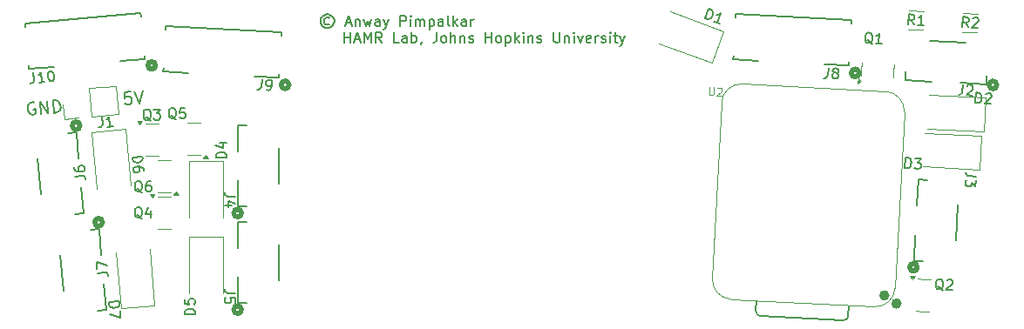
<source format=gbr>
%TF.GenerationSoftware,KiCad,Pcbnew,9.0.1*%
%TF.CreationDate,2025-06-09T02:25:26-04:00*%
%TF.ProjectId,Pneumatactors_1Xiao_3PiezoPumps_6Valves_Curved,506e6575-6d61-4746-9163-746f72735f31,rev?*%
%TF.SameCoordinates,Original*%
%TF.FileFunction,Legend,Top*%
%TF.FilePolarity,Positive*%
%FSLAX46Y46*%
G04 Gerber Fmt 4.6, Leading zero omitted, Abs format (unit mm)*
G04 Created by KiCad (PCBNEW 9.0.1) date 2025-06-09 02:25:26*
%MOMM*%
%LPD*%
G01*
G04 APERTURE LIST*
%ADD10C,0.200000*%
%ADD11C,0.150000*%
%ADD12C,0.106680*%
%ADD13C,0.120000*%
%ADD14C,0.152400*%
%ADD15C,0.508000*%
%ADD16C,0.100000*%
%ADD17C,0.127000*%
%ADD18C,0.504000*%
G04 APERTURE END LIST*
D10*
X150726665Y-64601734D02*
X150157411Y-64651538D01*
X150157411Y-64651538D02*
X150150289Y-65225772D01*
X150150289Y-65225772D02*
X150202234Y-65163866D01*
X150202234Y-65163866D02*
X150311105Y-65096980D01*
X150311105Y-65096980D02*
X150595732Y-65072079D01*
X150595732Y-65072079D02*
X150714563Y-65119043D01*
X150714563Y-65119043D02*
X150776469Y-65170989D01*
X150776469Y-65170989D02*
X150843355Y-65279859D01*
X150843355Y-65279859D02*
X150868256Y-65564486D01*
X150868256Y-65564486D02*
X150821291Y-65683317D01*
X150821291Y-65683317D02*
X150769346Y-65745223D01*
X150769346Y-65745223D02*
X150660476Y-65812109D01*
X150660476Y-65812109D02*
X150375849Y-65837011D01*
X150375849Y-65837011D02*
X150257018Y-65790046D01*
X150257018Y-65790046D02*
X150195112Y-65738101D01*
X151125143Y-64566872D02*
X151628208Y-65727443D01*
X151628208Y-65727443D02*
X151922099Y-64497148D01*
X141390571Y-65669680D02*
X141271740Y-65622715D01*
X141271740Y-65622715D02*
X141100964Y-65637656D01*
X141100964Y-65637656D02*
X140935168Y-65709522D01*
X140935168Y-65709522D02*
X140831278Y-65833334D01*
X140831278Y-65833334D02*
X140784313Y-65952165D01*
X140784313Y-65952165D02*
X140747309Y-66184847D01*
X140747309Y-66184847D02*
X140762250Y-66355623D01*
X140762250Y-66355623D02*
X140839096Y-66578344D01*
X140839096Y-66578344D02*
X140905982Y-66687215D01*
X140905982Y-66687215D02*
X141029794Y-66791105D01*
X141029794Y-66791105D02*
X141205550Y-66833089D01*
X141205550Y-66833089D02*
X141319401Y-66823129D01*
X141319401Y-66823129D02*
X141485197Y-66751262D01*
X141485197Y-66751262D02*
X141537142Y-66689357D01*
X141537142Y-66689357D02*
X141502280Y-66290879D01*
X141502280Y-66290879D02*
X141274578Y-66310800D01*
X142059432Y-66758384D02*
X141954845Y-65562951D01*
X141954845Y-65562951D02*
X142742537Y-66698621D01*
X142742537Y-66698621D02*
X142637950Y-65503187D01*
X143311791Y-66648817D02*
X143207204Y-65453384D01*
X143207204Y-65453384D02*
X143491831Y-65428482D01*
X143491831Y-65428482D02*
X143667588Y-65470466D01*
X143667588Y-65470466D02*
X143791399Y-65574357D01*
X143791399Y-65574357D02*
X143858285Y-65683227D01*
X143858285Y-65683227D02*
X143935132Y-65905948D01*
X143935132Y-65905948D02*
X143950073Y-66076725D01*
X143950073Y-66076725D02*
X143913069Y-66309407D01*
X143913069Y-66309407D02*
X143866104Y-66428238D01*
X143866104Y-66428238D02*
X143762214Y-66552049D01*
X143762214Y-66552049D02*
X143596418Y-66623916D01*
X143596418Y-66623916D02*
X143311791Y-66648817D01*
D11*
X170056303Y-57441970D02*
X169961064Y-57394351D01*
X169961064Y-57394351D02*
X169770588Y-57394351D01*
X169770588Y-57394351D02*
X169675350Y-57441970D01*
X169675350Y-57441970D02*
X169580112Y-57537208D01*
X169580112Y-57537208D02*
X169532493Y-57632446D01*
X169532493Y-57632446D02*
X169532493Y-57822922D01*
X169532493Y-57822922D02*
X169580112Y-57918160D01*
X169580112Y-57918160D02*
X169675350Y-58013398D01*
X169675350Y-58013398D02*
X169770588Y-58061017D01*
X169770588Y-58061017D02*
X169961064Y-58061017D01*
X169961064Y-58061017D02*
X170056303Y-58013398D01*
X169865826Y-57061017D02*
X169627731Y-57108636D01*
X169627731Y-57108636D02*
X169389636Y-57251494D01*
X169389636Y-57251494D02*
X169246779Y-57489589D01*
X169246779Y-57489589D02*
X169199160Y-57727684D01*
X169199160Y-57727684D02*
X169246779Y-57965779D01*
X169246779Y-57965779D02*
X169389636Y-58203875D01*
X169389636Y-58203875D02*
X169627731Y-58346732D01*
X169627731Y-58346732D02*
X169865826Y-58394351D01*
X169865826Y-58394351D02*
X170103922Y-58346732D01*
X170103922Y-58346732D02*
X170342017Y-58203875D01*
X170342017Y-58203875D02*
X170484874Y-57965779D01*
X170484874Y-57965779D02*
X170532493Y-57727684D01*
X170532493Y-57727684D02*
X170484874Y-57489589D01*
X170484874Y-57489589D02*
X170342017Y-57251494D01*
X170342017Y-57251494D02*
X170103922Y-57108636D01*
X170103922Y-57108636D02*
X169865826Y-57061017D01*
X171675351Y-57918160D02*
X172151541Y-57918160D01*
X171580113Y-58203875D02*
X171913446Y-57203875D01*
X171913446Y-57203875D02*
X172246779Y-58203875D01*
X172580113Y-57537208D02*
X172580113Y-58203875D01*
X172580113Y-57632446D02*
X172627732Y-57584827D01*
X172627732Y-57584827D02*
X172722970Y-57537208D01*
X172722970Y-57537208D02*
X172865827Y-57537208D01*
X172865827Y-57537208D02*
X172961065Y-57584827D01*
X172961065Y-57584827D02*
X173008684Y-57680065D01*
X173008684Y-57680065D02*
X173008684Y-58203875D01*
X173389637Y-57537208D02*
X173580113Y-58203875D01*
X173580113Y-58203875D02*
X173770589Y-57727684D01*
X173770589Y-57727684D02*
X173961065Y-58203875D01*
X173961065Y-58203875D02*
X174151541Y-57537208D01*
X174961065Y-58203875D02*
X174961065Y-57680065D01*
X174961065Y-57680065D02*
X174913446Y-57584827D01*
X174913446Y-57584827D02*
X174818208Y-57537208D01*
X174818208Y-57537208D02*
X174627732Y-57537208D01*
X174627732Y-57537208D02*
X174532494Y-57584827D01*
X174961065Y-58156256D02*
X174865827Y-58203875D01*
X174865827Y-58203875D02*
X174627732Y-58203875D01*
X174627732Y-58203875D02*
X174532494Y-58156256D01*
X174532494Y-58156256D02*
X174484875Y-58061017D01*
X174484875Y-58061017D02*
X174484875Y-57965779D01*
X174484875Y-57965779D02*
X174532494Y-57870541D01*
X174532494Y-57870541D02*
X174627732Y-57822922D01*
X174627732Y-57822922D02*
X174865827Y-57822922D01*
X174865827Y-57822922D02*
X174961065Y-57775303D01*
X175342018Y-57537208D02*
X175580113Y-58203875D01*
X175818208Y-57537208D02*
X175580113Y-58203875D01*
X175580113Y-58203875D02*
X175484875Y-58441970D01*
X175484875Y-58441970D02*
X175437256Y-58489589D01*
X175437256Y-58489589D02*
X175342018Y-58537208D01*
X176961066Y-58203875D02*
X176961066Y-57203875D01*
X176961066Y-57203875D02*
X177342018Y-57203875D01*
X177342018Y-57203875D02*
X177437256Y-57251494D01*
X177437256Y-57251494D02*
X177484875Y-57299113D01*
X177484875Y-57299113D02*
X177532494Y-57394351D01*
X177532494Y-57394351D02*
X177532494Y-57537208D01*
X177532494Y-57537208D02*
X177484875Y-57632446D01*
X177484875Y-57632446D02*
X177437256Y-57680065D01*
X177437256Y-57680065D02*
X177342018Y-57727684D01*
X177342018Y-57727684D02*
X176961066Y-57727684D01*
X177961066Y-58203875D02*
X177961066Y-57537208D01*
X177961066Y-57203875D02*
X177913447Y-57251494D01*
X177913447Y-57251494D02*
X177961066Y-57299113D01*
X177961066Y-57299113D02*
X178008685Y-57251494D01*
X178008685Y-57251494D02*
X177961066Y-57203875D01*
X177961066Y-57203875D02*
X177961066Y-57299113D01*
X178437256Y-58203875D02*
X178437256Y-57537208D01*
X178437256Y-57632446D02*
X178484875Y-57584827D01*
X178484875Y-57584827D02*
X178580113Y-57537208D01*
X178580113Y-57537208D02*
X178722970Y-57537208D01*
X178722970Y-57537208D02*
X178818208Y-57584827D01*
X178818208Y-57584827D02*
X178865827Y-57680065D01*
X178865827Y-57680065D02*
X178865827Y-58203875D01*
X178865827Y-57680065D02*
X178913446Y-57584827D01*
X178913446Y-57584827D02*
X179008684Y-57537208D01*
X179008684Y-57537208D02*
X179151541Y-57537208D01*
X179151541Y-57537208D02*
X179246780Y-57584827D01*
X179246780Y-57584827D02*
X179294399Y-57680065D01*
X179294399Y-57680065D02*
X179294399Y-58203875D01*
X179770589Y-57537208D02*
X179770589Y-58537208D01*
X179770589Y-57584827D02*
X179865827Y-57537208D01*
X179865827Y-57537208D02*
X180056303Y-57537208D01*
X180056303Y-57537208D02*
X180151541Y-57584827D01*
X180151541Y-57584827D02*
X180199160Y-57632446D01*
X180199160Y-57632446D02*
X180246779Y-57727684D01*
X180246779Y-57727684D02*
X180246779Y-58013398D01*
X180246779Y-58013398D02*
X180199160Y-58108636D01*
X180199160Y-58108636D02*
X180151541Y-58156256D01*
X180151541Y-58156256D02*
X180056303Y-58203875D01*
X180056303Y-58203875D02*
X179865827Y-58203875D01*
X179865827Y-58203875D02*
X179770589Y-58156256D01*
X181103922Y-58203875D02*
X181103922Y-57680065D01*
X181103922Y-57680065D02*
X181056303Y-57584827D01*
X181056303Y-57584827D02*
X180961065Y-57537208D01*
X180961065Y-57537208D02*
X180770589Y-57537208D01*
X180770589Y-57537208D02*
X180675351Y-57584827D01*
X181103922Y-58156256D02*
X181008684Y-58203875D01*
X181008684Y-58203875D02*
X180770589Y-58203875D01*
X180770589Y-58203875D02*
X180675351Y-58156256D01*
X180675351Y-58156256D02*
X180627732Y-58061017D01*
X180627732Y-58061017D02*
X180627732Y-57965779D01*
X180627732Y-57965779D02*
X180675351Y-57870541D01*
X180675351Y-57870541D02*
X180770589Y-57822922D01*
X180770589Y-57822922D02*
X181008684Y-57822922D01*
X181008684Y-57822922D02*
X181103922Y-57775303D01*
X181722970Y-58203875D02*
X181627732Y-58156256D01*
X181627732Y-58156256D02*
X181580113Y-58061017D01*
X181580113Y-58061017D02*
X181580113Y-57203875D01*
X182103923Y-58203875D02*
X182103923Y-57203875D01*
X182199161Y-57822922D02*
X182484875Y-58203875D01*
X182484875Y-57537208D02*
X182103923Y-57918160D01*
X183342018Y-58203875D02*
X183342018Y-57680065D01*
X183342018Y-57680065D02*
X183294399Y-57584827D01*
X183294399Y-57584827D02*
X183199161Y-57537208D01*
X183199161Y-57537208D02*
X183008685Y-57537208D01*
X183008685Y-57537208D02*
X182913447Y-57584827D01*
X183342018Y-58156256D02*
X183246780Y-58203875D01*
X183246780Y-58203875D02*
X183008685Y-58203875D01*
X183008685Y-58203875D02*
X182913447Y-58156256D01*
X182913447Y-58156256D02*
X182865828Y-58061017D01*
X182865828Y-58061017D02*
X182865828Y-57965779D01*
X182865828Y-57965779D02*
X182913447Y-57870541D01*
X182913447Y-57870541D02*
X183008685Y-57822922D01*
X183008685Y-57822922D02*
X183246780Y-57822922D01*
X183246780Y-57822922D02*
X183342018Y-57775303D01*
X183818209Y-58203875D02*
X183818209Y-57537208D01*
X183818209Y-57727684D02*
X183865828Y-57632446D01*
X183865828Y-57632446D02*
X183913447Y-57584827D01*
X183913447Y-57584827D02*
X184008685Y-57537208D01*
X184008685Y-57537208D02*
X184103923Y-57537208D01*
X171532494Y-59813819D02*
X171532494Y-58813819D01*
X171532494Y-59290009D02*
X172103922Y-59290009D01*
X172103922Y-59813819D02*
X172103922Y-58813819D01*
X172532494Y-59528104D02*
X173008684Y-59528104D01*
X172437256Y-59813819D02*
X172770589Y-58813819D01*
X172770589Y-58813819D02*
X173103922Y-59813819D01*
X173437256Y-59813819D02*
X173437256Y-58813819D01*
X173437256Y-58813819D02*
X173770589Y-59528104D01*
X173770589Y-59528104D02*
X174103922Y-58813819D01*
X174103922Y-58813819D02*
X174103922Y-59813819D01*
X175151541Y-59813819D02*
X174818208Y-59337628D01*
X174580113Y-59813819D02*
X174580113Y-58813819D01*
X174580113Y-58813819D02*
X174961065Y-58813819D01*
X174961065Y-58813819D02*
X175056303Y-58861438D01*
X175056303Y-58861438D02*
X175103922Y-58909057D01*
X175103922Y-58909057D02*
X175151541Y-59004295D01*
X175151541Y-59004295D02*
X175151541Y-59147152D01*
X175151541Y-59147152D02*
X175103922Y-59242390D01*
X175103922Y-59242390D02*
X175056303Y-59290009D01*
X175056303Y-59290009D02*
X174961065Y-59337628D01*
X174961065Y-59337628D02*
X174580113Y-59337628D01*
X176818208Y-59813819D02*
X176342018Y-59813819D01*
X176342018Y-59813819D02*
X176342018Y-58813819D01*
X177580113Y-59813819D02*
X177580113Y-59290009D01*
X177580113Y-59290009D02*
X177532494Y-59194771D01*
X177532494Y-59194771D02*
X177437256Y-59147152D01*
X177437256Y-59147152D02*
X177246780Y-59147152D01*
X177246780Y-59147152D02*
X177151542Y-59194771D01*
X177580113Y-59766200D02*
X177484875Y-59813819D01*
X177484875Y-59813819D02*
X177246780Y-59813819D01*
X177246780Y-59813819D02*
X177151542Y-59766200D01*
X177151542Y-59766200D02*
X177103923Y-59670961D01*
X177103923Y-59670961D02*
X177103923Y-59575723D01*
X177103923Y-59575723D02*
X177151542Y-59480485D01*
X177151542Y-59480485D02*
X177246780Y-59432866D01*
X177246780Y-59432866D02*
X177484875Y-59432866D01*
X177484875Y-59432866D02*
X177580113Y-59385247D01*
X178056304Y-59813819D02*
X178056304Y-58813819D01*
X178056304Y-59194771D02*
X178151542Y-59147152D01*
X178151542Y-59147152D02*
X178342018Y-59147152D01*
X178342018Y-59147152D02*
X178437256Y-59194771D01*
X178437256Y-59194771D02*
X178484875Y-59242390D01*
X178484875Y-59242390D02*
X178532494Y-59337628D01*
X178532494Y-59337628D02*
X178532494Y-59623342D01*
X178532494Y-59623342D02*
X178484875Y-59718580D01*
X178484875Y-59718580D02*
X178437256Y-59766200D01*
X178437256Y-59766200D02*
X178342018Y-59813819D01*
X178342018Y-59813819D02*
X178151542Y-59813819D01*
X178151542Y-59813819D02*
X178056304Y-59766200D01*
X179008685Y-59766200D02*
X179008685Y-59813819D01*
X179008685Y-59813819D02*
X178961066Y-59909057D01*
X178961066Y-59909057D02*
X178913447Y-59956676D01*
X180484875Y-58813819D02*
X180484875Y-59528104D01*
X180484875Y-59528104D02*
X180437256Y-59670961D01*
X180437256Y-59670961D02*
X180342018Y-59766200D01*
X180342018Y-59766200D02*
X180199161Y-59813819D01*
X180199161Y-59813819D02*
X180103923Y-59813819D01*
X181103923Y-59813819D02*
X181008685Y-59766200D01*
X181008685Y-59766200D02*
X180961066Y-59718580D01*
X180961066Y-59718580D02*
X180913447Y-59623342D01*
X180913447Y-59623342D02*
X180913447Y-59337628D01*
X180913447Y-59337628D02*
X180961066Y-59242390D01*
X180961066Y-59242390D02*
X181008685Y-59194771D01*
X181008685Y-59194771D02*
X181103923Y-59147152D01*
X181103923Y-59147152D02*
X181246780Y-59147152D01*
X181246780Y-59147152D02*
X181342018Y-59194771D01*
X181342018Y-59194771D02*
X181389637Y-59242390D01*
X181389637Y-59242390D02*
X181437256Y-59337628D01*
X181437256Y-59337628D02*
X181437256Y-59623342D01*
X181437256Y-59623342D02*
X181389637Y-59718580D01*
X181389637Y-59718580D02*
X181342018Y-59766200D01*
X181342018Y-59766200D02*
X181246780Y-59813819D01*
X181246780Y-59813819D02*
X181103923Y-59813819D01*
X181865828Y-59813819D02*
X181865828Y-58813819D01*
X182294399Y-59813819D02*
X182294399Y-59290009D01*
X182294399Y-59290009D02*
X182246780Y-59194771D01*
X182246780Y-59194771D02*
X182151542Y-59147152D01*
X182151542Y-59147152D02*
X182008685Y-59147152D01*
X182008685Y-59147152D02*
X181913447Y-59194771D01*
X181913447Y-59194771D02*
X181865828Y-59242390D01*
X182770590Y-59147152D02*
X182770590Y-59813819D01*
X182770590Y-59242390D02*
X182818209Y-59194771D01*
X182818209Y-59194771D02*
X182913447Y-59147152D01*
X182913447Y-59147152D02*
X183056304Y-59147152D01*
X183056304Y-59147152D02*
X183151542Y-59194771D01*
X183151542Y-59194771D02*
X183199161Y-59290009D01*
X183199161Y-59290009D02*
X183199161Y-59813819D01*
X183627733Y-59766200D02*
X183722971Y-59813819D01*
X183722971Y-59813819D02*
X183913447Y-59813819D01*
X183913447Y-59813819D02*
X184008685Y-59766200D01*
X184008685Y-59766200D02*
X184056304Y-59670961D01*
X184056304Y-59670961D02*
X184056304Y-59623342D01*
X184056304Y-59623342D02*
X184008685Y-59528104D01*
X184008685Y-59528104D02*
X183913447Y-59480485D01*
X183913447Y-59480485D02*
X183770590Y-59480485D01*
X183770590Y-59480485D02*
X183675352Y-59432866D01*
X183675352Y-59432866D02*
X183627733Y-59337628D01*
X183627733Y-59337628D02*
X183627733Y-59290009D01*
X183627733Y-59290009D02*
X183675352Y-59194771D01*
X183675352Y-59194771D02*
X183770590Y-59147152D01*
X183770590Y-59147152D02*
X183913447Y-59147152D01*
X183913447Y-59147152D02*
X184008685Y-59194771D01*
X185246781Y-59813819D02*
X185246781Y-58813819D01*
X185246781Y-59290009D02*
X185818209Y-59290009D01*
X185818209Y-59813819D02*
X185818209Y-58813819D01*
X186437257Y-59813819D02*
X186342019Y-59766200D01*
X186342019Y-59766200D02*
X186294400Y-59718580D01*
X186294400Y-59718580D02*
X186246781Y-59623342D01*
X186246781Y-59623342D02*
X186246781Y-59337628D01*
X186246781Y-59337628D02*
X186294400Y-59242390D01*
X186294400Y-59242390D02*
X186342019Y-59194771D01*
X186342019Y-59194771D02*
X186437257Y-59147152D01*
X186437257Y-59147152D02*
X186580114Y-59147152D01*
X186580114Y-59147152D02*
X186675352Y-59194771D01*
X186675352Y-59194771D02*
X186722971Y-59242390D01*
X186722971Y-59242390D02*
X186770590Y-59337628D01*
X186770590Y-59337628D02*
X186770590Y-59623342D01*
X186770590Y-59623342D02*
X186722971Y-59718580D01*
X186722971Y-59718580D02*
X186675352Y-59766200D01*
X186675352Y-59766200D02*
X186580114Y-59813819D01*
X186580114Y-59813819D02*
X186437257Y-59813819D01*
X187199162Y-59147152D02*
X187199162Y-60147152D01*
X187199162Y-59194771D02*
X187294400Y-59147152D01*
X187294400Y-59147152D02*
X187484876Y-59147152D01*
X187484876Y-59147152D02*
X187580114Y-59194771D01*
X187580114Y-59194771D02*
X187627733Y-59242390D01*
X187627733Y-59242390D02*
X187675352Y-59337628D01*
X187675352Y-59337628D02*
X187675352Y-59623342D01*
X187675352Y-59623342D02*
X187627733Y-59718580D01*
X187627733Y-59718580D02*
X187580114Y-59766200D01*
X187580114Y-59766200D02*
X187484876Y-59813819D01*
X187484876Y-59813819D02*
X187294400Y-59813819D01*
X187294400Y-59813819D02*
X187199162Y-59766200D01*
X188103924Y-59813819D02*
X188103924Y-58813819D01*
X188199162Y-59432866D02*
X188484876Y-59813819D01*
X188484876Y-59147152D02*
X188103924Y-59528104D01*
X188913448Y-59813819D02*
X188913448Y-59147152D01*
X188913448Y-58813819D02*
X188865829Y-58861438D01*
X188865829Y-58861438D02*
X188913448Y-58909057D01*
X188913448Y-58909057D02*
X188961067Y-58861438D01*
X188961067Y-58861438D02*
X188913448Y-58813819D01*
X188913448Y-58813819D02*
X188913448Y-58909057D01*
X189389638Y-59147152D02*
X189389638Y-59813819D01*
X189389638Y-59242390D02*
X189437257Y-59194771D01*
X189437257Y-59194771D02*
X189532495Y-59147152D01*
X189532495Y-59147152D02*
X189675352Y-59147152D01*
X189675352Y-59147152D02*
X189770590Y-59194771D01*
X189770590Y-59194771D02*
X189818209Y-59290009D01*
X189818209Y-59290009D02*
X189818209Y-59813819D01*
X190246781Y-59766200D02*
X190342019Y-59813819D01*
X190342019Y-59813819D02*
X190532495Y-59813819D01*
X190532495Y-59813819D02*
X190627733Y-59766200D01*
X190627733Y-59766200D02*
X190675352Y-59670961D01*
X190675352Y-59670961D02*
X190675352Y-59623342D01*
X190675352Y-59623342D02*
X190627733Y-59528104D01*
X190627733Y-59528104D02*
X190532495Y-59480485D01*
X190532495Y-59480485D02*
X190389638Y-59480485D01*
X190389638Y-59480485D02*
X190294400Y-59432866D01*
X190294400Y-59432866D02*
X190246781Y-59337628D01*
X190246781Y-59337628D02*
X190246781Y-59290009D01*
X190246781Y-59290009D02*
X190294400Y-59194771D01*
X190294400Y-59194771D02*
X190389638Y-59147152D01*
X190389638Y-59147152D02*
X190532495Y-59147152D01*
X190532495Y-59147152D02*
X190627733Y-59194771D01*
X191865829Y-58813819D02*
X191865829Y-59623342D01*
X191865829Y-59623342D02*
X191913448Y-59718580D01*
X191913448Y-59718580D02*
X191961067Y-59766200D01*
X191961067Y-59766200D02*
X192056305Y-59813819D01*
X192056305Y-59813819D02*
X192246781Y-59813819D01*
X192246781Y-59813819D02*
X192342019Y-59766200D01*
X192342019Y-59766200D02*
X192389638Y-59718580D01*
X192389638Y-59718580D02*
X192437257Y-59623342D01*
X192437257Y-59623342D02*
X192437257Y-58813819D01*
X192913448Y-59147152D02*
X192913448Y-59813819D01*
X192913448Y-59242390D02*
X192961067Y-59194771D01*
X192961067Y-59194771D02*
X193056305Y-59147152D01*
X193056305Y-59147152D02*
X193199162Y-59147152D01*
X193199162Y-59147152D02*
X193294400Y-59194771D01*
X193294400Y-59194771D02*
X193342019Y-59290009D01*
X193342019Y-59290009D02*
X193342019Y-59813819D01*
X193818210Y-59813819D02*
X193818210Y-59147152D01*
X193818210Y-58813819D02*
X193770591Y-58861438D01*
X193770591Y-58861438D02*
X193818210Y-58909057D01*
X193818210Y-58909057D02*
X193865829Y-58861438D01*
X193865829Y-58861438D02*
X193818210Y-58813819D01*
X193818210Y-58813819D02*
X193818210Y-58909057D01*
X194199162Y-59147152D02*
X194437257Y-59813819D01*
X194437257Y-59813819D02*
X194675352Y-59147152D01*
X195437257Y-59766200D02*
X195342019Y-59813819D01*
X195342019Y-59813819D02*
X195151543Y-59813819D01*
X195151543Y-59813819D02*
X195056305Y-59766200D01*
X195056305Y-59766200D02*
X195008686Y-59670961D01*
X195008686Y-59670961D02*
X195008686Y-59290009D01*
X195008686Y-59290009D02*
X195056305Y-59194771D01*
X195056305Y-59194771D02*
X195151543Y-59147152D01*
X195151543Y-59147152D02*
X195342019Y-59147152D01*
X195342019Y-59147152D02*
X195437257Y-59194771D01*
X195437257Y-59194771D02*
X195484876Y-59290009D01*
X195484876Y-59290009D02*
X195484876Y-59385247D01*
X195484876Y-59385247D02*
X195008686Y-59480485D01*
X195913448Y-59813819D02*
X195913448Y-59147152D01*
X195913448Y-59337628D02*
X195961067Y-59242390D01*
X195961067Y-59242390D02*
X196008686Y-59194771D01*
X196008686Y-59194771D02*
X196103924Y-59147152D01*
X196103924Y-59147152D02*
X196199162Y-59147152D01*
X196484877Y-59766200D02*
X196580115Y-59813819D01*
X196580115Y-59813819D02*
X196770591Y-59813819D01*
X196770591Y-59813819D02*
X196865829Y-59766200D01*
X196865829Y-59766200D02*
X196913448Y-59670961D01*
X196913448Y-59670961D02*
X196913448Y-59623342D01*
X196913448Y-59623342D02*
X196865829Y-59528104D01*
X196865829Y-59528104D02*
X196770591Y-59480485D01*
X196770591Y-59480485D02*
X196627734Y-59480485D01*
X196627734Y-59480485D02*
X196532496Y-59432866D01*
X196532496Y-59432866D02*
X196484877Y-59337628D01*
X196484877Y-59337628D02*
X196484877Y-59290009D01*
X196484877Y-59290009D02*
X196532496Y-59194771D01*
X196532496Y-59194771D02*
X196627734Y-59147152D01*
X196627734Y-59147152D02*
X196770591Y-59147152D01*
X196770591Y-59147152D02*
X196865829Y-59194771D01*
X197342020Y-59813819D02*
X197342020Y-59147152D01*
X197342020Y-58813819D02*
X197294401Y-58861438D01*
X197294401Y-58861438D02*
X197342020Y-58909057D01*
X197342020Y-58909057D02*
X197389639Y-58861438D01*
X197389639Y-58861438D02*
X197342020Y-58813819D01*
X197342020Y-58813819D02*
X197342020Y-58909057D01*
X197675353Y-59147152D02*
X198056305Y-59147152D01*
X197818210Y-58813819D02*
X197818210Y-59670961D01*
X197818210Y-59670961D02*
X197865829Y-59766200D01*
X197865829Y-59766200D02*
X197961067Y-59813819D01*
X197961067Y-59813819D02*
X198056305Y-59813819D01*
X198294401Y-59147152D02*
X198532496Y-59813819D01*
X198770591Y-59147152D02*
X198532496Y-59813819D01*
X198532496Y-59813819D02*
X198437258Y-60051914D01*
X198437258Y-60051914D02*
X198389639Y-60099533D01*
X198389639Y-60099533D02*
X198294401Y-60147152D01*
X229670927Y-83934253D02*
X229578312Y-83881715D01*
X229578312Y-83881715D02*
X229488189Y-83781623D01*
X229488189Y-83781623D02*
X229353004Y-83631485D01*
X229353004Y-83631485D02*
X229260388Y-83578947D01*
X229260388Y-83578947D02*
X229165281Y-83573963D01*
X229200374Y-83814224D02*
X229107758Y-83761686D01*
X229107758Y-83761686D02*
X229017635Y-83661594D01*
X229017635Y-83661594D02*
X228980050Y-83468887D01*
X228980050Y-83468887D02*
X228997495Y-83136010D01*
X228997495Y-83136010D02*
X229055018Y-82948287D01*
X229055018Y-82948287D02*
X229155110Y-82858164D01*
X229155110Y-82858164D02*
X229252710Y-82815594D01*
X229252710Y-82815594D02*
X229442925Y-82825563D01*
X229442925Y-82825563D02*
X229535540Y-82878101D01*
X229535540Y-82878101D02*
X229625663Y-82978193D01*
X229625663Y-82978193D02*
X229663248Y-83170901D01*
X229663248Y-83170901D02*
X229645803Y-83503777D01*
X229645803Y-83503777D02*
X229588281Y-83691500D01*
X229588281Y-83691500D02*
X229488189Y-83781623D01*
X229488189Y-83781623D02*
X229390589Y-83824193D01*
X229390589Y-83824193D02*
X229200374Y-83814224D01*
X230056140Y-82953069D02*
X230106186Y-82908008D01*
X230106186Y-82908008D02*
X230203785Y-82865438D01*
X230203785Y-82865438D02*
X230441554Y-82877899D01*
X230441554Y-82877899D02*
X230534170Y-82930437D01*
X230534170Y-82930437D02*
X230579231Y-82980483D01*
X230579231Y-82980483D02*
X230621801Y-83078083D01*
X230621801Y-83078083D02*
X230616816Y-83173191D01*
X230616816Y-83173191D02*
X230561786Y-83313360D01*
X230561786Y-83313360D02*
X229961234Y-83854099D01*
X229961234Y-83854099D02*
X230579433Y-83886497D01*
X150895568Y-70968464D02*
X151891763Y-70881308D01*
X151891763Y-70881308D02*
X151912514Y-71118497D01*
X151912514Y-71118497D02*
X151877527Y-71264961D01*
X151877527Y-71264961D02*
X151790952Y-71368137D01*
X151790952Y-71368137D02*
X151700226Y-71423875D01*
X151700226Y-71423875D02*
X151514625Y-71487914D01*
X151514625Y-71487914D02*
X151372312Y-71500365D01*
X151372312Y-71500365D02*
X151178410Y-71469528D01*
X151178410Y-71469528D02*
X151079384Y-71430391D01*
X151079384Y-71430391D02*
X150976208Y-71343816D01*
X150976208Y-71343816D02*
X150916319Y-71205653D01*
X150916319Y-71205653D02*
X150895568Y-70968464D01*
X152016271Y-72304443D02*
X151999670Y-72114692D01*
X151999670Y-72114692D02*
X151943931Y-72023966D01*
X151943931Y-72023966D02*
X151892343Y-71980679D01*
X151892343Y-71980679D02*
X151741729Y-71898254D01*
X151741729Y-71898254D02*
X151547828Y-71867417D01*
X151547828Y-71867417D02*
X151168325Y-71900619D01*
X151168325Y-71900619D02*
X151077599Y-71956358D01*
X151077599Y-71956358D02*
X151034312Y-72007946D01*
X151034312Y-72007946D02*
X150995175Y-72106972D01*
X150995175Y-72106972D02*
X151011776Y-72296723D01*
X151011776Y-72296723D02*
X151067514Y-72387449D01*
X151067514Y-72387449D02*
X151119102Y-72430736D01*
X151119102Y-72430736D02*
X151218128Y-72469873D01*
X151218128Y-72469873D02*
X151455317Y-72449122D01*
X151455317Y-72449122D02*
X151546043Y-72393384D01*
X151546043Y-72393384D02*
X151589330Y-72341796D01*
X151589330Y-72341796D02*
X151628468Y-72242770D01*
X151628468Y-72242770D02*
X151611866Y-72053018D01*
X151611866Y-72053018D02*
X151556128Y-71962293D01*
X151556128Y-71962293D02*
X151504540Y-71919005D01*
X151504540Y-71919005D02*
X151405514Y-71879868D01*
X160897680Y-74784666D02*
X160183395Y-74784666D01*
X160183395Y-74784666D02*
X160040538Y-74737047D01*
X160040538Y-74737047D02*
X159945300Y-74641809D01*
X159945300Y-74641809D02*
X159897680Y-74498952D01*
X159897680Y-74498952D02*
X159897680Y-74403714D01*
X160564347Y-75689428D02*
X159897680Y-75689428D01*
X160945300Y-75451333D02*
X160231014Y-75213238D01*
X160231014Y-75213238D02*
X160231014Y-75832285D01*
X226858333Y-58092477D02*
X226550379Y-57599493D01*
X226287688Y-58062570D02*
X226340024Y-57063941D01*
X226340024Y-57063941D02*
X226720454Y-57083878D01*
X226720454Y-57083878D02*
X226813070Y-57136416D01*
X226813070Y-57136416D02*
X226858131Y-57186462D01*
X226858131Y-57186462D02*
X226900701Y-57284062D01*
X226900701Y-57284062D02*
X226893224Y-57426724D01*
X226893224Y-57426724D02*
X226840686Y-57519339D01*
X226840686Y-57519339D02*
X226790640Y-57564401D01*
X226790640Y-57564401D02*
X226693040Y-57606970D01*
X226693040Y-57606970D02*
X226312610Y-57587032D01*
X227809409Y-58142320D02*
X227238764Y-58112414D01*
X227524086Y-58127367D02*
X227576422Y-57128738D01*
X227576422Y-57128738D02*
X227473838Y-57266415D01*
X227473838Y-57266415D02*
X227373746Y-57356538D01*
X227373746Y-57356538D02*
X227276146Y-57399107D01*
D12*
X206983166Y-64144027D02*
X206950022Y-64776466D01*
X206950022Y-64776466D02*
X206983324Y-64852820D01*
X206983324Y-64852820D02*
X207018577Y-64891972D01*
X207018577Y-64891972D02*
X207091032Y-64933074D01*
X207091032Y-64933074D02*
X207239841Y-64940873D01*
X207239841Y-64940873D02*
X207316195Y-64907570D01*
X207316195Y-64907570D02*
X207355347Y-64872317D01*
X207355347Y-64872317D02*
X207396449Y-64799862D01*
X207396449Y-64799862D02*
X207429594Y-64167424D01*
X207760514Y-64259375D02*
X207799666Y-64224123D01*
X207799666Y-64224123D02*
X207876021Y-64190820D01*
X207876021Y-64190820D02*
X208062032Y-64200568D01*
X208062032Y-64200568D02*
X208134487Y-64241670D01*
X208134487Y-64241670D02*
X208169739Y-64280822D01*
X208169739Y-64280822D02*
X208203042Y-64357176D01*
X208203042Y-64357176D02*
X208199143Y-64431581D01*
X208199143Y-64431581D02*
X208156092Y-64541238D01*
X208156092Y-64541238D02*
X207686268Y-64964269D01*
X207686268Y-64964269D02*
X208169898Y-64989615D01*
D11*
X206549597Y-57469294D02*
X206891617Y-56529602D01*
X206891617Y-56529602D02*
X207115354Y-56611035D01*
X207115354Y-56611035D02*
X207233309Y-56704642D01*
X207233309Y-56704642D02*
X207290230Y-56826710D01*
X207290230Y-56826710D02*
X207302404Y-56932491D01*
X207302404Y-56932491D02*
X207282004Y-57127767D01*
X207282004Y-57127767D02*
X207233144Y-57262009D01*
X207233144Y-57262009D02*
X207123250Y-57424711D01*
X207123250Y-57424711D02*
X207045930Y-57497919D01*
X207045930Y-57497919D02*
X206923862Y-57554840D01*
X206923862Y-57554840D02*
X206773333Y-57550728D01*
X206773333Y-57550728D02*
X206549597Y-57469294D01*
X207981510Y-57990468D02*
X207444542Y-57795028D01*
X207713026Y-57892748D02*
X208055046Y-56953055D01*
X208055046Y-56953055D02*
X207916692Y-57054724D01*
X207916692Y-57054724D02*
X207794624Y-57111645D01*
X207794624Y-57111645D02*
X207688842Y-57123819D01*
X147956419Y-67049945D02*
X148018673Y-67761513D01*
X148018673Y-67761513D02*
X147983686Y-67907976D01*
X147983686Y-67907976D02*
X147897111Y-68011153D01*
X147897111Y-68011153D02*
X147758947Y-68071041D01*
X147758947Y-68071041D02*
X147664072Y-68079342D01*
X149039769Y-67958984D02*
X148470515Y-68008787D01*
X148755142Y-67983886D02*
X148667987Y-66987691D01*
X148667987Y-66987691D02*
X148585562Y-67138305D01*
X148585562Y-67138305D02*
X148498987Y-67241481D01*
X148498987Y-67241481D02*
X148408261Y-67297220D01*
X152715761Y-67426057D02*
X152620523Y-67378438D01*
X152620523Y-67378438D02*
X152525285Y-67283200D01*
X152525285Y-67283200D02*
X152382428Y-67140342D01*
X152382428Y-67140342D02*
X152287190Y-67092723D01*
X152287190Y-67092723D02*
X152191952Y-67092723D01*
X152239571Y-67330819D02*
X152144333Y-67283200D01*
X152144333Y-67283200D02*
X152049095Y-67187961D01*
X152049095Y-67187961D02*
X152001476Y-66997485D01*
X152001476Y-66997485D02*
X152001476Y-66664152D01*
X152001476Y-66664152D02*
X152049095Y-66473676D01*
X152049095Y-66473676D02*
X152144333Y-66378438D01*
X152144333Y-66378438D02*
X152239571Y-66330819D01*
X152239571Y-66330819D02*
X152430047Y-66330819D01*
X152430047Y-66330819D02*
X152525285Y-66378438D01*
X152525285Y-66378438D02*
X152620523Y-66473676D01*
X152620523Y-66473676D02*
X152668142Y-66664152D01*
X152668142Y-66664152D02*
X152668142Y-66997485D01*
X152668142Y-66997485D02*
X152620523Y-67187961D01*
X152620523Y-67187961D02*
X152525285Y-67283200D01*
X152525285Y-67283200D02*
X152430047Y-67330819D01*
X152430047Y-67330819D02*
X152239571Y-67330819D01*
X153001476Y-66330819D02*
X153620523Y-66330819D01*
X153620523Y-66330819D02*
X153287190Y-66711771D01*
X153287190Y-66711771D02*
X153430047Y-66711771D01*
X153430047Y-66711771D02*
X153525285Y-66759390D01*
X153525285Y-66759390D02*
X153572904Y-66807009D01*
X153572904Y-66807009D02*
X153620523Y-66902247D01*
X153620523Y-66902247D02*
X153620523Y-67140342D01*
X153620523Y-67140342D02*
X153572904Y-67235580D01*
X153572904Y-67235580D02*
X153525285Y-67283200D01*
X153525285Y-67283200D02*
X153430047Y-67330819D01*
X153430047Y-67330819D02*
X153144333Y-67330819D01*
X153144333Y-67330819D02*
X153049095Y-67283200D01*
X153049095Y-67283200D02*
X153001476Y-67235580D01*
X232817513Y-65693566D02*
X232869849Y-64694937D01*
X232869849Y-64694937D02*
X233107618Y-64707398D01*
X233107618Y-64707398D02*
X233247787Y-64762428D01*
X233247787Y-64762428D02*
X233337910Y-64862520D01*
X233337910Y-64862520D02*
X233380480Y-64960120D01*
X233380480Y-64960120D02*
X233418065Y-65152827D01*
X233418065Y-65152827D02*
X233410588Y-65295489D01*
X233410588Y-65295489D02*
X233353065Y-65483211D01*
X233353065Y-65483211D02*
X233300527Y-65575827D01*
X233300527Y-65575827D02*
X233200435Y-65665950D01*
X233200435Y-65665950D02*
X233055282Y-65706027D01*
X233055282Y-65706027D02*
X232817513Y-65693566D01*
X233815940Y-64839888D02*
X233865986Y-64794827D01*
X233865986Y-64794827D02*
X233963586Y-64752257D01*
X233963586Y-64752257D02*
X234201355Y-64764718D01*
X234201355Y-64764718D02*
X234293970Y-64817256D01*
X234293970Y-64817256D02*
X234339032Y-64867302D01*
X234339032Y-64867302D02*
X234381601Y-64964902D01*
X234381601Y-64964902D02*
X234376617Y-65060010D01*
X234376617Y-65060010D02*
X234321587Y-65200179D01*
X234321587Y-65200179D02*
X233721035Y-65740918D01*
X233721035Y-65740918D02*
X234339234Y-65773316D01*
X218543800Y-62283698D02*
X218506418Y-62997005D01*
X218506418Y-62997005D02*
X218451387Y-63137174D01*
X218451387Y-63137174D02*
X218351295Y-63227298D01*
X218351295Y-63227298D02*
X218206142Y-63267375D01*
X218206142Y-63267375D02*
X218111034Y-63262390D01*
X219139570Y-62744081D02*
X219046955Y-62691543D01*
X219046955Y-62691543D02*
X219001893Y-62641497D01*
X219001893Y-62641497D02*
X218959324Y-62543897D01*
X218959324Y-62543897D02*
X218961816Y-62496343D01*
X218961816Y-62496343D02*
X219014354Y-62403728D01*
X219014354Y-62403728D02*
X219064400Y-62358666D01*
X219064400Y-62358666D02*
X219162000Y-62316097D01*
X219162000Y-62316097D02*
X219352215Y-62326066D01*
X219352215Y-62326066D02*
X219444830Y-62378604D01*
X219444830Y-62378604D02*
X219489892Y-62428650D01*
X219489892Y-62428650D02*
X219532461Y-62526249D01*
X219532461Y-62526249D02*
X219529969Y-62573803D01*
X219529969Y-62573803D02*
X219477431Y-62666419D01*
X219477431Y-62666419D02*
X219427385Y-62711480D01*
X219427385Y-62711480D02*
X219329785Y-62754050D01*
X219329785Y-62754050D02*
X219139570Y-62744081D01*
X219139570Y-62744081D02*
X219041970Y-62786650D01*
X219041970Y-62786650D02*
X218991924Y-62831712D01*
X218991924Y-62831712D02*
X218939386Y-62924327D01*
X218939386Y-62924327D02*
X218929418Y-63114542D01*
X218929418Y-63114542D02*
X218971987Y-63212142D01*
X218971987Y-63212142D02*
X219017049Y-63262188D01*
X219017049Y-63262188D02*
X219109664Y-63314726D01*
X219109664Y-63314726D02*
X219299879Y-63324695D01*
X219299879Y-63324695D02*
X219397479Y-63282126D01*
X219397479Y-63282126D02*
X219447525Y-63237064D01*
X219447525Y-63237064D02*
X219500063Y-63144449D01*
X219500063Y-63144449D02*
X219510032Y-62954234D01*
X219510032Y-62954234D02*
X219467462Y-62856634D01*
X219467462Y-62856634D02*
X219422401Y-62806588D01*
X219422401Y-62806588D02*
X219329785Y-62754050D01*
X225985936Y-72032573D02*
X226038272Y-71033944D01*
X226038272Y-71033944D02*
X226276041Y-71046405D01*
X226276041Y-71046405D02*
X226416210Y-71101435D01*
X226416210Y-71101435D02*
X226506333Y-71201527D01*
X226506333Y-71201527D02*
X226548903Y-71299127D01*
X226548903Y-71299127D02*
X226586488Y-71491834D01*
X226586488Y-71491834D02*
X226579011Y-71634496D01*
X226579011Y-71634496D02*
X226521488Y-71822218D01*
X226521488Y-71822218D02*
X226468950Y-71914834D01*
X226468950Y-71914834D02*
X226368858Y-72004957D01*
X226368858Y-72004957D02*
X226223705Y-72045034D01*
X226223705Y-72045034D02*
X225985936Y-72032573D01*
X226941794Y-71081295D02*
X227559993Y-71113694D01*
X227559993Y-71113694D02*
X227207179Y-71476679D01*
X227207179Y-71476679D02*
X227349840Y-71484155D01*
X227349840Y-71484155D02*
X227442456Y-71536694D01*
X227442456Y-71536694D02*
X227487517Y-71586740D01*
X227487517Y-71586740D02*
X227530087Y-71684339D01*
X227530087Y-71684339D02*
X227517626Y-71922108D01*
X227517626Y-71922108D02*
X227465088Y-72014724D01*
X227465088Y-72014724D02*
X227415042Y-72059785D01*
X227415042Y-72059785D02*
X227317442Y-72102355D01*
X227317442Y-72102355D02*
X227032119Y-72087401D01*
X227032119Y-72087401D02*
X226939504Y-72034863D01*
X226939504Y-72034863D02*
X226894442Y-71984817D01*
X147524150Y-82247634D02*
X148235718Y-82185380D01*
X148235718Y-82185380D02*
X148382181Y-82220367D01*
X148382181Y-82220367D02*
X148485358Y-82306942D01*
X148485358Y-82306942D02*
X148545246Y-82445106D01*
X148545246Y-82445106D02*
X148553547Y-82539981D01*
X147490948Y-81868131D02*
X147432844Y-81204001D01*
X147432844Y-81204001D02*
X148466391Y-81543786D01*
X163507337Y-63413929D02*
X163469955Y-64127236D01*
X163469955Y-64127236D02*
X163414924Y-64267405D01*
X163414924Y-64267405D02*
X163314832Y-64357529D01*
X163314832Y-64357529D02*
X163169679Y-64397606D01*
X163169679Y-64397606D02*
X163074571Y-64392621D01*
X163978093Y-64439973D02*
X164168309Y-64449942D01*
X164168309Y-64449942D02*
X164265908Y-64407372D01*
X164265908Y-64407372D02*
X164315954Y-64362311D01*
X164315954Y-64362311D02*
X164418538Y-64224634D01*
X164418538Y-64224634D02*
X164476061Y-64036911D01*
X164476061Y-64036911D02*
X164495998Y-63656480D01*
X164495998Y-63656480D02*
X164453429Y-63558881D01*
X164453429Y-63558881D02*
X164408367Y-63508835D01*
X164408367Y-63508835D02*
X164315752Y-63456297D01*
X164315752Y-63456297D02*
X164125537Y-63446328D01*
X164125537Y-63446328D02*
X164027937Y-63488897D01*
X164027937Y-63488897D02*
X163977891Y-63533959D01*
X163977891Y-63533959D02*
X163925353Y-63626574D01*
X163925353Y-63626574D02*
X163912892Y-63864343D01*
X163912892Y-63864343D02*
X163955461Y-63961943D01*
X163955461Y-63961943D02*
X164000523Y-64011989D01*
X164000523Y-64011989D02*
X164093138Y-64064527D01*
X164093138Y-64064527D02*
X164283354Y-64074496D01*
X164283354Y-64074496D02*
X164380953Y-64031926D01*
X164380953Y-64031926D02*
X164430999Y-63986865D01*
X164430999Y-63986865D02*
X164483537Y-63894249D01*
X151875261Y-74398057D02*
X151780023Y-74350438D01*
X151780023Y-74350438D02*
X151684785Y-74255200D01*
X151684785Y-74255200D02*
X151541928Y-74112342D01*
X151541928Y-74112342D02*
X151446690Y-74064723D01*
X151446690Y-74064723D02*
X151351452Y-74064723D01*
X151399071Y-74302819D02*
X151303833Y-74255200D01*
X151303833Y-74255200D02*
X151208595Y-74159961D01*
X151208595Y-74159961D02*
X151160976Y-73969485D01*
X151160976Y-73969485D02*
X151160976Y-73636152D01*
X151160976Y-73636152D02*
X151208595Y-73445676D01*
X151208595Y-73445676D02*
X151303833Y-73350438D01*
X151303833Y-73350438D02*
X151399071Y-73302819D01*
X151399071Y-73302819D02*
X151589547Y-73302819D01*
X151589547Y-73302819D02*
X151684785Y-73350438D01*
X151684785Y-73350438D02*
X151780023Y-73445676D01*
X151780023Y-73445676D02*
X151827642Y-73636152D01*
X151827642Y-73636152D02*
X151827642Y-73969485D01*
X151827642Y-73969485D02*
X151780023Y-74159961D01*
X151780023Y-74159961D02*
X151684785Y-74255200D01*
X151684785Y-74255200D02*
X151589547Y-74302819D01*
X151589547Y-74302819D02*
X151399071Y-74302819D01*
X152684785Y-73302819D02*
X152494309Y-73302819D01*
X152494309Y-73302819D02*
X152399071Y-73350438D01*
X152399071Y-73350438D02*
X152351452Y-73398057D01*
X152351452Y-73398057D02*
X152256214Y-73540914D01*
X152256214Y-73540914D02*
X152208595Y-73731390D01*
X152208595Y-73731390D02*
X152208595Y-74112342D01*
X152208595Y-74112342D02*
X152256214Y-74207580D01*
X152256214Y-74207580D02*
X152303833Y-74255200D01*
X152303833Y-74255200D02*
X152399071Y-74302819D01*
X152399071Y-74302819D02*
X152589547Y-74302819D01*
X152589547Y-74302819D02*
X152684785Y-74255200D01*
X152684785Y-74255200D02*
X152732404Y-74207580D01*
X152732404Y-74207580D02*
X152780023Y-74112342D01*
X152780023Y-74112342D02*
X152780023Y-73874247D01*
X152780023Y-73874247D02*
X152732404Y-73779009D01*
X152732404Y-73779009D02*
X152684785Y-73731390D01*
X152684785Y-73731390D02*
X152589547Y-73683771D01*
X152589547Y-73683771D02*
X152399071Y-73683771D01*
X152399071Y-73683771D02*
X152303833Y-73731390D01*
X152303833Y-73731390D02*
X152256214Y-73779009D01*
X152256214Y-73779009D02*
X152208595Y-73874247D01*
X232144581Y-58346477D02*
X231836627Y-57853493D01*
X231573936Y-58316570D02*
X231626272Y-57317941D01*
X231626272Y-57317941D02*
X232006702Y-57337878D01*
X232006702Y-57337878D02*
X232099318Y-57390416D01*
X232099318Y-57390416D02*
X232144379Y-57440462D01*
X232144379Y-57440462D02*
X232186949Y-57538062D01*
X232186949Y-57538062D02*
X232179472Y-57680724D01*
X232179472Y-57680724D02*
X232126934Y-57773339D01*
X232126934Y-57773339D02*
X232076888Y-57818401D01*
X232076888Y-57818401D02*
X231979288Y-57860970D01*
X231979288Y-57860970D02*
X231598858Y-57841032D01*
X232572363Y-57462892D02*
X232622409Y-57417831D01*
X232622409Y-57417831D02*
X232720009Y-57375261D01*
X232720009Y-57375261D02*
X232957778Y-57387722D01*
X232957778Y-57387722D02*
X233050393Y-57440260D01*
X233050393Y-57440260D02*
X233095455Y-57490306D01*
X233095455Y-57490306D02*
X233138024Y-57587906D01*
X233138024Y-57587906D02*
X233133040Y-57683014D01*
X233133040Y-57683014D02*
X233078010Y-57823183D01*
X233078010Y-57823183D02*
X232477458Y-58363922D01*
X232477458Y-58363922D02*
X233095657Y-58396320D01*
X155177261Y-67286057D02*
X155082023Y-67238438D01*
X155082023Y-67238438D02*
X154986785Y-67143200D01*
X154986785Y-67143200D02*
X154843928Y-67000342D01*
X154843928Y-67000342D02*
X154748690Y-66952723D01*
X154748690Y-66952723D02*
X154653452Y-66952723D01*
X154701071Y-67190819D02*
X154605833Y-67143200D01*
X154605833Y-67143200D02*
X154510595Y-67047961D01*
X154510595Y-67047961D02*
X154462976Y-66857485D01*
X154462976Y-66857485D02*
X154462976Y-66524152D01*
X154462976Y-66524152D02*
X154510595Y-66333676D01*
X154510595Y-66333676D02*
X154605833Y-66238438D01*
X154605833Y-66238438D02*
X154701071Y-66190819D01*
X154701071Y-66190819D02*
X154891547Y-66190819D01*
X154891547Y-66190819D02*
X154986785Y-66238438D01*
X154986785Y-66238438D02*
X155082023Y-66333676D01*
X155082023Y-66333676D02*
X155129642Y-66524152D01*
X155129642Y-66524152D02*
X155129642Y-66857485D01*
X155129642Y-66857485D02*
X155082023Y-67047961D01*
X155082023Y-67047961D02*
X154986785Y-67143200D01*
X154986785Y-67143200D02*
X154891547Y-67190819D01*
X154891547Y-67190819D02*
X154701071Y-67190819D01*
X156034404Y-66190819D02*
X155558214Y-66190819D01*
X155558214Y-66190819D02*
X155510595Y-66667009D01*
X155510595Y-66667009D02*
X155558214Y-66619390D01*
X155558214Y-66619390D02*
X155653452Y-66571771D01*
X155653452Y-66571771D02*
X155891547Y-66571771D01*
X155891547Y-66571771D02*
X155986785Y-66619390D01*
X155986785Y-66619390D02*
X156034404Y-66667009D01*
X156034404Y-66667009D02*
X156082023Y-66762247D01*
X156082023Y-66762247D02*
X156082023Y-67000342D01*
X156082023Y-67000342D02*
X156034404Y-67095580D01*
X156034404Y-67095580D02*
X155986785Y-67143200D01*
X155986785Y-67143200D02*
X155891547Y-67190819D01*
X155891547Y-67190819D02*
X155653452Y-67190819D01*
X155653452Y-67190819D02*
X155558214Y-67143200D01*
X155558214Y-67143200D02*
X155510595Y-67095580D01*
X231597655Y-63903320D02*
X231560273Y-64616627D01*
X231560273Y-64616627D02*
X231505242Y-64756796D01*
X231505242Y-64756796D02*
X231405150Y-64846920D01*
X231405150Y-64846920D02*
X231259997Y-64886997D01*
X231259997Y-64886997D02*
X231164889Y-64882012D01*
X232020655Y-64020858D02*
X232070701Y-63975796D01*
X232070701Y-63975796D02*
X232168301Y-63933227D01*
X232168301Y-63933227D02*
X232406070Y-63945688D01*
X232406070Y-63945688D02*
X232498685Y-63998226D01*
X232498685Y-63998226D02*
X232543747Y-64048272D01*
X232543747Y-64048272D02*
X232586316Y-64145871D01*
X232586316Y-64145871D02*
X232581332Y-64240979D01*
X232581332Y-64240979D02*
X232526302Y-64381148D01*
X232526302Y-64381148D02*
X231925750Y-64921887D01*
X231925750Y-64921887D02*
X232543949Y-64954286D01*
X222812927Y-59969322D02*
X222720312Y-59916784D01*
X222720312Y-59916784D02*
X222630189Y-59816692D01*
X222630189Y-59816692D02*
X222495004Y-59666554D01*
X222495004Y-59666554D02*
X222402388Y-59614016D01*
X222402388Y-59614016D02*
X222307281Y-59609032D01*
X222342374Y-59849293D02*
X222249758Y-59796755D01*
X222249758Y-59796755D02*
X222159635Y-59696663D01*
X222159635Y-59696663D02*
X222122050Y-59503956D01*
X222122050Y-59503956D02*
X222139495Y-59171079D01*
X222139495Y-59171079D02*
X222197018Y-58983356D01*
X222197018Y-58983356D02*
X222297110Y-58893233D01*
X222297110Y-58893233D02*
X222394710Y-58850663D01*
X222394710Y-58850663D02*
X222584925Y-58860632D01*
X222584925Y-58860632D02*
X222677540Y-58913170D01*
X222677540Y-58913170D02*
X222767663Y-59013262D01*
X222767663Y-59013262D02*
X222805248Y-59205970D01*
X222805248Y-59205970D02*
X222787803Y-59538846D01*
X222787803Y-59538846D02*
X222730281Y-59726569D01*
X222730281Y-59726569D02*
X222630189Y-59816692D01*
X222630189Y-59816692D02*
X222532589Y-59859262D01*
X222532589Y-59859262D02*
X222342374Y-59849293D01*
X223721433Y-59921566D02*
X223150788Y-59891660D01*
X223436111Y-59906613D02*
X223488447Y-58907984D01*
X223488447Y-58907984D02*
X223385863Y-59045661D01*
X223385863Y-59045661D02*
X223285771Y-59135784D01*
X223285771Y-59135784D02*
X223188171Y-59178353D01*
X141318459Y-62736086D02*
X141380713Y-63447653D01*
X141380713Y-63447653D02*
X141345726Y-63594117D01*
X141345726Y-63594117D02*
X141259151Y-63697293D01*
X141259151Y-63697293D02*
X141120988Y-63757182D01*
X141120988Y-63757182D02*
X141026112Y-63765483D01*
X142401810Y-63645125D02*
X141832555Y-63694928D01*
X142117182Y-63670026D02*
X142030027Y-62673832D01*
X142030027Y-62673832D02*
X141947602Y-62824446D01*
X141947602Y-62824446D02*
X141861027Y-62927622D01*
X141861027Y-62927622D02*
X141770301Y-62983360D01*
X142931346Y-62594976D02*
X143026221Y-62586676D01*
X143026221Y-62586676D02*
X143125247Y-62625813D01*
X143125247Y-62625813D02*
X143176836Y-62669101D01*
X143176836Y-62669101D02*
X143232574Y-62759826D01*
X143232574Y-62759826D02*
X143296613Y-62945427D01*
X143296613Y-62945427D02*
X143317364Y-63182616D01*
X143317364Y-63182616D02*
X143286527Y-63376518D01*
X143286527Y-63376518D02*
X143247390Y-63475544D01*
X143247390Y-63475544D02*
X143204103Y-63527132D01*
X143204103Y-63527132D02*
X143113377Y-63582871D01*
X143113377Y-63582871D02*
X143018502Y-63591171D01*
X143018502Y-63591171D02*
X142919476Y-63552034D01*
X142919476Y-63552034D02*
X142867887Y-63508746D01*
X142867887Y-63508746D02*
X142812149Y-63418021D01*
X142812149Y-63418021D02*
X142748110Y-63232420D01*
X142748110Y-63232420D02*
X142727359Y-62995231D01*
X142727359Y-62995231D02*
X142758196Y-62801329D01*
X142758196Y-62801329D02*
X142797333Y-62702303D01*
X142797333Y-62702303D02*
X142840620Y-62650715D01*
X142840620Y-62650715D02*
X142931346Y-62594976D01*
X148645207Y-85088060D02*
X149641402Y-85000904D01*
X149641402Y-85000904D02*
X149662153Y-85238093D01*
X149662153Y-85238093D02*
X149627166Y-85384557D01*
X149627166Y-85384557D02*
X149540591Y-85487733D01*
X149540591Y-85487733D02*
X149449865Y-85543471D01*
X149449865Y-85543471D02*
X149264264Y-85607510D01*
X149264264Y-85607510D02*
X149121951Y-85619961D01*
X149121951Y-85619961D02*
X148928049Y-85589124D01*
X148928049Y-85589124D02*
X148829023Y-85549987D01*
X148829023Y-85549987D02*
X148725847Y-85463412D01*
X148725847Y-85463412D02*
X148665958Y-85325249D01*
X148665958Y-85325249D02*
X148645207Y-85088060D01*
X149720257Y-85902223D02*
X149778361Y-86566353D01*
X149778361Y-86566353D02*
X148744814Y-86226568D01*
X156997319Y-86270094D02*
X155997319Y-86270094D01*
X155997319Y-86270094D02*
X155997319Y-86031999D01*
X155997319Y-86031999D02*
X156044938Y-85889142D01*
X156044938Y-85889142D02*
X156140176Y-85793904D01*
X156140176Y-85793904D02*
X156235414Y-85746285D01*
X156235414Y-85746285D02*
X156425890Y-85698666D01*
X156425890Y-85698666D02*
X156568747Y-85698666D01*
X156568747Y-85698666D02*
X156759223Y-85746285D01*
X156759223Y-85746285D02*
X156854461Y-85793904D01*
X156854461Y-85793904D02*
X156949700Y-85889142D01*
X156949700Y-85889142D02*
X156997319Y-86031999D01*
X156997319Y-86031999D02*
X156997319Y-86270094D01*
X155997319Y-84793904D02*
X155997319Y-85270094D01*
X155997319Y-85270094D02*
X156473509Y-85317713D01*
X156473509Y-85317713D02*
X156425890Y-85270094D01*
X156425890Y-85270094D02*
X156378271Y-85174856D01*
X156378271Y-85174856D02*
X156378271Y-84936761D01*
X156378271Y-84936761D02*
X156425890Y-84841523D01*
X156425890Y-84841523D02*
X156473509Y-84793904D01*
X156473509Y-84793904D02*
X156568747Y-84746285D01*
X156568747Y-84746285D02*
X156806842Y-84746285D01*
X156806842Y-84746285D02*
X156902080Y-84793904D01*
X156902080Y-84793904D02*
X156949700Y-84841523D01*
X156949700Y-84841523D02*
X156997319Y-84936761D01*
X156997319Y-84936761D02*
X156997319Y-85174856D01*
X156997319Y-85174856D02*
X156949700Y-85270094D01*
X156949700Y-85270094D02*
X156902080Y-85317713D01*
X151875261Y-76938057D02*
X151780023Y-76890438D01*
X151780023Y-76890438D02*
X151684785Y-76795200D01*
X151684785Y-76795200D02*
X151541928Y-76652342D01*
X151541928Y-76652342D02*
X151446690Y-76604723D01*
X151446690Y-76604723D02*
X151351452Y-76604723D01*
X151399071Y-76842819D02*
X151303833Y-76795200D01*
X151303833Y-76795200D02*
X151208595Y-76699961D01*
X151208595Y-76699961D02*
X151160976Y-76509485D01*
X151160976Y-76509485D02*
X151160976Y-76176152D01*
X151160976Y-76176152D02*
X151208595Y-75985676D01*
X151208595Y-75985676D02*
X151303833Y-75890438D01*
X151303833Y-75890438D02*
X151399071Y-75842819D01*
X151399071Y-75842819D02*
X151589547Y-75842819D01*
X151589547Y-75842819D02*
X151684785Y-75890438D01*
X151684785Y-75890438D02*
X151780023Y-75985676D01*
X151780023Y-75985676D02*
X151827642Y-76176152D01*
X151827642Y-76176152D02*
X151827642Y-76509485D01*
X151827642Y-76509485D02*
X151780023Y-76699961D01*
X151780023Y-76699961D02*
X151684785Y-76795200D01*
X151684785Y-76795200D02*
X151589547Y-76842819D01*
X151589547Y-76842819D02*
X151399071Y-76842819D01*
X152684785Y-76176152D02*
X152684785Y-76842819D01*
X152446690Y-75795200D02*
X152208595Y-76509485D01*
X152208595Y-76509485D02*
X152827642Y-76509485D01*
X160897680Y-84182666D02*
X160183395Y-84182666D01*
X160183395Y-84182666D02*
X160040538Y-84135047D01*
X160040538Y-84135047D02*
X159945300Y-84039809D01*
X159945300Y-84039809D02*
X159897680Y-83896952D01*
X159897680Y-83896952D02*
X159897680Y-83801714D01*
X160897680Y-85135047D02*
X160897680Y-84658857D01*
X160897680Y-84658857D02*
X160421490Y-84611238D01*
X160421490Y-84611238D02*
X160469109Y-84658857D01*
X160469109Y-84658857D02*
X160516728Y-84754095D01*
X160516728Y-84754095D02*
X160516728Y-84992190D01*
X160516728Y-84992190D02*
X160469109Y-85087428D01*
X160469109Y-85087428D02*
X160421490Y-85135047D01*
X160421490Y-85135047D02*
X160326252Y-85182666D01*
X160326252Y-85182666D02*
X160088157Y-85182666D01*
X160088157Y-85182666D02*
X159992919Y-85135047D01*
X159992919Y-85135047D02*
X159945300Y-85087428D01*
X159945300Y-85087428D02*
X159897680Y-84992190D01*
X159897680Y-84992190D02*
X159897680Y-84754095D01*
X159897680Y-84754095D02*
X159945300Y-84658857D01*
X159945300Y-84658857D02*
X159992919Y-84611238D01*
X160045319Y-71030094D02*
X159045319Y-71030094D01*
X159045319Y-71030094D02*
X159045319Y-70791999D01*
X159045319Y-70791999D02*
X159092938Y-70649142D01*
X159092938Y-70649142D02*
X159188176Y-70553904D01*
X159188176Y-70553904D02*
X159283414Y-70506285D01*
X159283414Y-70506285D02*
X159473890Y-70458666D01*
X159473890Y-70458666D02*
X159616747Y-70458666D01*
X159616747Y-70458666D02*
X159807223Y-70506285D01*
X159807223Y-70506285D02*
X159902461Y-70553904D01*
X159902461Y-70553904D02*
X159997700Y-70649142D01*
X159997700Y-70649142D02*
X160045319Y-70791999D01*
X160045319Y-70791999D02*
X160045319Y-71030094D01*
X159378652Y-69601523D02*
X160045319Y-69601523D01*
X158997700Y-69839618D02*
X159711985Y-70077713D01*
X159711985Y-70077713D02*
X159711985Y-69458666D01*
X232896702Y-72836659D02*
X232183395Y-72799277D01*
X232183395Y-72799277D02*
X232043226Y-72744246D01*
X232043226Y-72744246D02*
X231953102Y-72644154D01*
X231953102Y-72644154D02*
X231913025Y-72499001D01*
X231913025Y-72499001D02*
X231918010Y-72403893D01*
X232876764Y-73217090D02*
X232844366Y-73835289D01*
X232844366Y-73835289D02*
X232481381Y-73482475D01*
X232481381Y-73482475D02*
X232473904Y-73625137D01*
X232473904Y-73625137D02*
X232421366Y-73717752D01*
X232421366Y-73717752D02*
X232371320Y-73762814D01*
X232371320Y-73762814D02*
X232273720Y-73805383D01*
X232273720Y-73805383D02*
X232035951Y-73792922D01*
X232035951Y-73792922D02*
X231943336Y-73740384D01*
X231943336Y-73740384D02*
X231898274Y-73690338D01*
X231898274Y-73690338D02*
X231855705Y-73592738D01*
X231855705Y-73592738D02*
X231870658Y-73307415D01*
X231870658Y-73307415D02*
X231923196Y-73214800D01*
X231923196Y-73214800D02*
X231973242Y-73169738D01*
X145336417Y-72849635D02*
X146047985Y-72787381D01*
X146047985Y-72787381D02*
X146194448Y-72822368D01*
X146194448Y-72822368D02*
X146297625Y-72908943D01*
X146297625Y-72908943D02*
X146357513Y-73047107D01*
X146357513Y-73047107D02*
X146365814Y-73141982D01*
X145257562Y-71948316D02*
X145274163Y-72138067D01*
X145274163Y-72138067D02*
X145329901Y-72228793D01*
X145329901Y-72228793D02*
X145381489Y-72272080D01*
X145381489Y-72272080D02*
X145532104Y-72354505D01*
X145532104Y-72354505D02*
X145726005Y-72385342D01*
X145726005Y-72385342D02*
X146105508Y-72352140D01*
X146105508Y-72352140D02*
X146196233Y-72296401D01*
X146196233Y-72296401D02*
X146239521Y-72244813D01*
X146239521Y-72244813D02*
X146278658Y-72145787D01*
X146278658Y-72145787D02*
X146262057Y-71956036D01*
X146262057Y-71956036D02*
X146206319Y-71865310D01*
X146206319Y-71865310D02*
X146154731Y-71822023D01*
X146154731Y-71822023D02*
X146055705Y-71782886D01*
X146055705Y-71782886D02*
X145818515Y-71803637D01*
X145818515Y-71803637D02*
X145727790Y-71859375D01*
X145727790Y-71859375D02*
X145684502Y-71910963D01*
X145684502Y-71910963D02*
X145645365Y-72009989D01*
X145645365Y-72009989D02*
X145661966Y-72199741D01*
X145661966Y-72199741D02*
X145717705Y-72290466D01*
X145717705Y-72290466D02*
X145769293Y-72333754D01*
X145769293Y-72333754D02*
X145868319Y-72372891D01*
D13*
%TO.C,Q2*%
X227681179Y-85963797D02*
X227032070Y-85929779D01*
X227681179Y-85963797D02*
X228330288Y-85997815D01*
X227844467Y-82848073D02*
X227195358Y-82814055D01*
X227844467Y-82848073D02*
X228493576Y-82882091D01*
X226937885Y-82520177D02*
X226680943Y-82837164D01*
X226458543Y-82495055D01*
X226937885Y-82520177D01*
G36*
X226937885Y-82520177D02*
G01*
X226680943Y-82837164D01*
X226458543Y-82495055D01*
X226937885Y-82520177D01*
G37*
%TO.C,D6*%
X146972862Y-68529163D02*
X147453091Y-74018196D01*
X150260305Y-68241549D02*
X146972862Y-68529163D01*
X150260305Y-68241549D02*
X150740533Y-73730582D01*
D14*
%TO.C,J4*%
X161165300Y-67866300D02*
X161165300Y-70413760D01*
X161165300Y-73218240D02*
X161165300Y-75765700D01*
X161165300Y-75765700D02*
X162018560Y-75765700D01*
X162018560Y-67866300D02*
X161165300Y-67866300D01*
X165127700Y-73553360D02*
X165127700Y-70078640D01*
D15*
X161531700Y-76400700D02*
G75*
G02*
X160769700Y-76400700I-381000J0D01*
G01*
X160769700Y-76400700D02*
G75*
G02*
X161531700Y-76400700I381000J0D01*
G01*
D13*
%TO.C,R1*%
X226251006Y-58517705D02*
X227703141Y-58593808D01*
X226346257Y-56700200D02*
X227798392Y-56776303D01*
D16*
%TO.C,U2*%
X208163357Y-65651802D02*
X207266058Y-82773305D01*
X209068747Y-84775394D02*
X223019601Y-85506528D01*
D17*
X211493487Y-85913856D02*
X211546347Y-84905240D01*
X219950949Y-86857779D02*
X211966634Y-86439338D01*
X220533014Y-85376211D02*
X220476417Y-86384903D01*
D16*
X224116301Y-64580246D02*
X210165447Y-63849112D01*
X225918991Y-66582335D02*
X225021691Y-83703838D01*
X208163357Y-65651802D02*
G75*
G02*
X210165447Y-63849106I1902396J-99700D01*
G01*
X209068747Y-84775394D02*
G75*
G02*
X207266064Y-82773305I99706J1902389D01*
G01*
D17*
X211966634Y-86439338D02*
G75*
G02*
X211493494Y-85913856I26174J499314D01*
G01*
X220476417Y-86384903D02*
G75*
G02*
X219950949Y-86857777I-499317J26459D01*
G01*
D16*
X224116301Y-64580246D02*
G75*
G02*
X225918990Y-66582335I-99698J-1902387D01*
G01*
X225021481Y-83707833D02*
G75*
G02*
X223019392Y-85510522I-1902390J99701D01*
G01*
D18*
X224227981Y-84416086D02*
G75*
G02*
X223723981Y-84416086I-252000J0D01*
G01*
X223723981Y-84416086D02*
G75*
G02*
X224227981Y-84416086I252000J0D01*
G01*
X225405475Y-85201788D02*
G75*
G02*
X224901475Y-85201788I-252000J0D01*
G01*
X224901475Y-85201788D02*
G75*
G02*
X225405475Y-85201788I252000J0D01*
G01*
D13*
%TO.C,D1*%
X207203988Y-61805983D02*
X202026282Y-59921453D01*
X207203988Y-61805983D02*
X208332654Y-58704997D01*
X208332654Y-58704997D02*
X203154948Y-56820466D01*
%TO.C,J1*%
X144297191Y-67248398D02*
X144176916Y-65873649D01*
X145671939Y-67128124D02*
X144297191Y-67248398D01*
X146696557Y-64267938D02*
X149336473Y-64036975D01*
X146937107Y-67017436D02*
X146696557Y-64267938D01*
X146937107Y-67017436D02*
X149577023Y-66786473D01*
X149577023Y-66786473D02*
X149336473Y-64036975D01*
%TO.C,Q3*%
X152811000Y-67716000D02*
X152161000Y-67716000D01*
X152811000Y-67716000D02*
X153461000Y-67716000D01*
X152811000Y-70836000D02*
X152161000Y-70836000D01*
X152811000Y-70836000D02*
X153461000Y-70836000D01*
X151648500Y-67766000D02*
X151408500Y-67436000D01*
X151888500Y-67436000D01*
X151648500Y-67766000D01*
G36*
X151648500Y-67766000D02*
G01*
X151408500Y-67436000D01*
X151888500Y-67436000D01*
X151648500Y-67766000D01*
G37*
%TO.C,D2*%
X233686917Y-68473114D02*
X228184469Y-68184743D01*
X233686917Y-68473114D02*
X233859626Y-65177636D01*
X233859626Y-65177636D02*
X228357177Y-64889265D01*
D14*
%TO.C,J8*%
X209303439Y-61468585D02*
X211687127Y-61593509D01*
X209321016Y-61133186D02*
X209303439Y-61468585D01*
X209536072Y-57029677D02*
X209518023Y-57374065D01*
X218156529Y-61932556D02*
X220540218Y-62057479D01*
X220540218Y-62057479D02*
X220557795Y-61722081D01*
X220754803Y-57962960D02*
X220772851Y-57618571D01*
X220772851Y-57618571D02*
X209536072Y-57029677D01*
D15*
X221519654Y-62771778D02*
G75*
G02*
X220757656Y-62771778I-380999J0D01*
G01*
X220757656Y-62771778D02*
G75*
G02*
X221519654Y-62771778I380999J0D01*
G01*
D13*
%TO.C,D3*%
X233213658Y-72178442D02*
X227711210Y-71890071D01*
X233213658Y-72178442D02*
X233386367Y-68882964D01*
X233386367Y-68882964D02*
X227883918Y-68594593D01*
D14*
%TO.C,J7*%
X143924918Y-80483924D02*
X144227760Y-83945422D01*
X147517887Y-85878364D02*
X148367900Y-85803997D01*
X147679422Y-77934657D02*
X146829409Y-78009023D01*
X147901447Y-80472423D02*
X147679422Y-77934657D01*
X148367900Y-85803997D02*
X148145875Y-83266231D01*
D15*
X148019623Y-77300801D02*
G75*
G02*
X147257621Y-77300801I-381001J0D01*
G01*
X147257621Y-77300801D02*
G75*
G02*
X148019623Y-77300801I381001J0D01*
G01*
D14*
%TO.C,J9*%
X153924414Y-62631006D02*
X156308103Y-62755930D01*
X153941991Y-62295608D02*
X153924414Y-62631006D01*
X154157047Y-58192098D02*
X154138999Y-58536487D01*
X162777505Y-63094978D02*
X165161193Y-63219902D01*
X165161193Y-63219902D02*
X165178771Y-62884503D01*
X165375778Y-59125382D02*
X165393826Y-58780994D01*
X165393826Y-58780994D02*
X154157047Y-58192098D01*
D15*
X166140629Y-63934199D02*
G75*
G02*
X165378631Y-63934199I-380999J0D01*
G01*
X165378631Y-63934199D02*
G75*
G02*
X166140629Y-63934199I380999J0D01*
G01*
D13*
%TO.C,Q6*%
X154002500Y-71272000D02*
X153352500Y-71272000D01*
X154002500Y-71272000D02*
X154652500Y-71272000D01*
X154002500Y-74392000D02*
X153352500Y-74392000D01*
X154002500Y-74392000D02*
X154652500Y-74392000D01*
X155405000Y-74672000D02*
X154925000Y-74672000D01*
X155165000Y-74342000D01*
X155405000Y-74672000D01*
G36*
X155405000Y-74672000D02*
G01*
X154925000Y-74672000D01*
X155165000Y-74342000D01*
X155405000Y-74672000D01*
G37*
%TO.C,R2*%
X231537254Y-58771705D02*
X232989389Y-58847808D01*
X231632505Y-56954200D02*
X233084640Y-57030303D01*
%TO.C,Q5*%
X156875000Y-67650000D02*
X156225000Y-67650000D01*
X156875000Y-67650000D02*
X157525000Y-67650000D01*
X156875000Y-70770000D02*
X156225000Y-70770000D01*
X156875000Y-70770000D02*
X157525000Y-70770000D01*
X158277500Y-71050000D02*
X157797500Y-71050000D01*
X158037500Y-70720000D01*
X158277500Y-71050000D01*
G36*
X158277500Y-71050000D02*
G01*
X157797500Y-71050000D01*
X158037500Y-70720000D01*
X158277500Y-71050000D01*
G37*
D14*
%TO.C,J2*%
X226000848Y-63482778D02*
X228544817Y-63616101D01*
X226045504Y-62630687D02*
X226000848Y-63482778D01*
X231345453Y-63762876D02*
X233889422Y-63896200D01*
X231887490Y-59823446D02*
X228417532Y-59641593D01*
X233889422Y-63896200D02*
X233934078Y-63044110D01*
D15*
X234903788Y-63944013D02*
G75*
G02*
X234141788Y-63944013I-381000J0D01*
G01*
X234141788Y-63944013D02*
G75*
G02*
X234903788Y-63944013I381000J0D01*
G01*
D13*
%TO.C,Q1*%
X221749328Y-62421426D02*
X221715310Y-63070535D01*
X221749328Y-62421426D02*
X221783346Y-61772317D01*
X224865052Y-62584714D02*
X224831034Y-63233823D01*
X224865052Y-62584714D02*
X224899070Y-61935605D01*
X221738419Y-63584950D02*
X221396310Y-63807350D01*
X221421432Y-63328008D01*
X221738419Y-63584950D01*
G36*
X221738419Y-63584950D02*
G01*
X221396310Y-63807350D01*
X221421432Y-63328008D01*
X221738419Y-63584950D01*
G37*
D14*
%TO.C,J10*%
X140505605Y-57966304D02*
X140535662Y-58309854D01*
X140863741Y-62059809D02*
X140893012Y-62394389D01*
X140893012Y-62394389D02*
X143270890Y-62186351D01*
X149724518Y-61621732D02*
X152102395Y-61413696D01*
X151714988Y-56985611D02*
X140505605Y-57966304D01*
X151745044Y-57329159D02*
X151714988Y-56985611D01*
X152102395Y-61413696D02*
X152073123Y-61079115D01*
D15*
X153175418Y-62037757D02*
G75*
G02*
X152413414Y-62037757I-381002J0D01*
G01*
X152413414Y-62037757D02*
G75*
G02*
X153175418Y-62037757I381002J0D01*
G01*
D13*
%TO.C,D7*%
X149792195Y-85682450D02*
X149311967Y-80193418D01*
X149792195Y-85682450D02*
X153079638Y-85394836D01*
X153079638Y-85394836D02*
X152599410Y-79905804D01*
%TO.C,D5*%
X156416500Y-78720000D02*
X156416500Y-84230000D01*
X159716500Y-78720000D02*
X156416500Y-78720000D01*
X159716500Y-78720000D02*
X159716500Y-84230000D01*
%TO.C,Q4*%
X154002500Y-74828000D02*
X153352500Y-74828000D01*
X154002500Y-74828000D02*
X154652500Y-74828000D01*
X154002500Y-77948000D02*
X153352500Y-77948000D01*
X154002500Y-77948000D02*
X154652500Y-77948000D01*
X152840000Y-74878000D02*
X152600000Y-74548000D01*
X153080000Y-74548000D01*
X152840000Y-74878000D01*
G36*
X152840000Y-74878000D02*
G01*
X152600000Y-74548000D01*
X153080000Y-74548000D01*
X152840000Y-74878000D01*
G37*
D14*
%TO.C,J5*%
X161165300Y-77264300D02*
X161165300Y-79811760D01*
X161165300Y-82616240D02*
X161165300Y-85163700D01*
X161165300Y-85163700D02*
X162018560Y-85163700D01*
X162018560Y-77264300D02*
X161165300Y-77264300D01*
X165127700Y-82951360D02*
X165127700Y-79476640D01*
D15*
X161531700Y-85798700D02*
G75*
G02*
X160769700Y-85798700I-381000J0D01*
G01*
X160769700Y-85798700D02*
G75*
G02*
X161531700Y-85798700I381000J0D01*
G01*
D13*
%TO.C,D4*%
X156416500Y-71354000D02*
X156416500Y-76864000D01*
X159716500Y-71354000D02*
X156416500Y-71354000D01*
X159716500Y-71354000D02*
X159716500Y-76864000D01*
D14*
%TO.C,J3*%
X226847627Y-81045603D02*
X227699717Y-81090259D01*
X226980951Y-78501634D02*
X226847627Y-81045603D01*
X227261049Y-73157029D02*
X227127726Y-75700998D01*
X228113140Y-73201685D02*
X227261049Y-73157029D01*
X230920381Y-79043671D02*
X231102234Y-75573713D01*
D15*
X227180814Y-81678969D02*
G75*
G02*
X226418814Y-81678969I-381000J0D01*
G01*
X226418814Y-81678969D02*
G75*
G02*
X227180814Y-81678969I381000J0D01*
G01*
D14*
%TO.C,J6*%
X141737185Y-71085924D02*
X142040027Y-74547421D01*
X145330154Y-76480363D02*
X146180167Y-76405997D01*
X145491689Y-68536657D02*
X144641676Y-68611023D01*
X145713715Y-71074423D02*
X145491689Y-68536657D01*
X146180167Y-76405997D02*
X145958142Y-73868231D01*
D15*
X145831891Y-67902801D02*
G75*
G02*
X145069889Y-67902801I-381001J0D01*
G01*
X145069889Y-67902801D02*
G75*
G02*
X145831891Y-67902801I381001J0D01*
G01*
%TD*%
M02*

</source>
